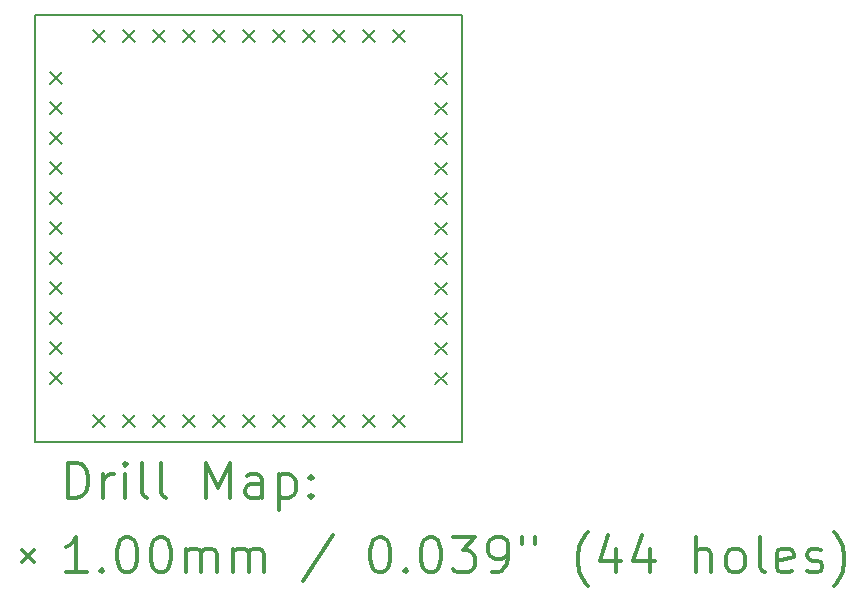
<source format=gbr>
%FSLAX45Y45*%
G04 Gerber Fmt 4.5, Leading zero omitted, Abs format (unit mm)*
G04 Created by KiCad (PCBNEW (2017-05-18 revision 2a3a699)-master) date Fri Mar 29 17:20:23 2019*
%MOMM*%
%LPD*%
G01*
G04 APERTURE LIST*
%ADD10C,0.127000*%
%ADD11C,0.150000*%
%ADD12C,0.200000*%
%ADD13C,0.300000*%
G04 APERTURE END LIST*
D10*
D11*
X0Y3620000D02*
X3617000Y3620000D01*
X0Y1000D02*
X0Y3620000D01*
X3617000Y1000D02*
X0Y1000D01*
X3617000Y3620000D02*
X3617000Y1000D01*
D12*
X489000Y231000D02*
X589000Y131000D01*
X589000Y231000D02*
X489000Y131000D01*
X743000Y231000D02*
X843000Y131000D01*
X843000Y231000D02*
X743000Y131000D01*
X997000Y231000D02*
X1097000Y131000D01*
X1097000Y231000D02*
X997000Y131000D01*
X1251000Y231000D02*
X1351000Y131000D01*
X1351000Y231000D02*
X1251000Y131000D01*
X1505000Y231000D02*
X1605000Y131000D01*
X1605000Y231000D02*
X1505000Y131000D01*
X1759000Y231000D02*
X1859000Y131000D01*
X1859000Y231000D02*
X1759000Y131000D01*
X2013000Y231000D02*
X2113000Y131000D01*
X2113000Y231000D02*
X2013000Y131000D01*
X2267000Y231000D02*
X2367000Y131000D01*
X2367000Y231000D02*
X2267000Y131000D01*
X2521000Y231000D02*
X2621000Y131000D01*
X2621000Y231000D02*
X2521000Y131000D01*
X2775000Y231000D02*
X2875000Y131000D01*
X2875000Y231000D02*
X2775000Y131000D01*
X3029000Y231000D02*
X3129000Y131000D01*
X3129000Y231000D02*
X3029000Y131000D01*
X488000Y3490000D02*
X588000Y3390000D01*
X588000Y3490000D02*
X488000Y3390000D01*
X742000Y3490000D02*
X842000Y3390000D01*
X842000Y3490000D02*
X742000Y3390000D01*
X996000Y3490000D02*
X1096000Y3390000D01*
X1096000Y3490000D02*
X996000Y3390000D01*
X1250000Y3490000D02*
X1350000Y3390000D01*
X1350000Y3490000D02*
X1250000Y3390000D01*
X1504000Y3490000D02*
X1604000Y3390000D01*
X1604000Y3490000D02*
X1504000Y3390000D01*
X1758000Y3490000D02*
X1858000Y3390000D01*
X1858000Y3490000D02*
X1758000Y3390000D01*
X2012000Y3490000D02*
X2112000Y3390000D01*
X2112000Y3490000D02*
X2012000Y3390000D01*
X2266000Y3490000D02*
X2366000Y3390000D01*
X2366000Y3490000D02*
X2266000Y3390000D01*
X2520000Y3490000D02*
X2620000Y3390000D01*
X2620000Y3490000D02*
X2520000Y3390000D01*
X2774000Y3490000D02*
X2874000Y3390000D01*
X2874000Y3490000D02*
X2774000Y3390000D01*
X3028000Y3490000D02*
X3128000Y3390000D01*
X3128000Y3490000D02*
X3028000Y3390000D01*
X3387000Y3130000D02*
X3487000Y3030000D01*
X3487000Y3130000D02*
X3387000Y3030000D01*
X3387000Y2876000D02*
X3487000Y2776000D01*
X3487000Y2876000D02*
X3387000Y2776000D01*
X3387000Y2622000D02*
X3487000Y2522000D01*
X3487000Y2622000D02*
X3387000Y2522000D01*
X3387000Y2368000D02*
X3487000Y2268000D01*
X3487000Y2368000D02*
X3387000Y2268000D01*
X3387000Y2114000D02*
X3487000Y2014000D01*
X3487000Y2114000D02*
X3387000Y2014000D01*
X3387000Y1860000D02*
X3487000Y1760000D01*
X3487000Y1860000D02*
X3387000Y1760000D01*
X3387000Y1606000D02*
X3487000Y1506000D01*
X3487000Y1606000D02*
X3387000Y1506000D01*
X3387000Y1352000D02*
X3487000Y1252000D01*
X3487000Y1352000D02*
X3387000Y1252000D01*
X3387000Y1098000D02*
X3487000Y998000D01*
X3487000Y1098000D02*
X3387000Y998000D01*
X3387000Y844000D02*
X3487000Y744000D01*
X3487000Y844000D02*
X3387000Y744000D01*
X3387000Y590000D02*
X3487000Y490000D01*
X3487000Y590000D02*
X3387000Y490000D01*
X129000Y3132000D02*
X229000Y3032000D01*
X229000Y3132000D02*
X129000Y3032000D01*
X129000Y2878000D02*
X229000Y2778000D01*
X229000Y2878000D02*
X129000Y2778000D01*
X129000Y2624000D02*
X229000Y2524000D01*
X229000Y2624000D02*
X129000Y2524000D01*
X129000Y2370000D02*
X229000Y2270000D01*
X229000Y2370000D02*
X129000Y2270000D01*
X129000Y2116000D02*
X229000Y2016000D01*
X229000Y2116000D02*
X129000Y2016000D01*
X129000Y1862000D02*
X229000Y1762000D01*
X229000Y1862000D02*
X129000Y1762000D01*
X129000Y1608000D02*
X229000Y1508000D01*
X229000Y1608000D02*
X129000Y1508000D01*
X129000Y1354000D02*
X229000Y1254000D01*
X229000Y1354000D02*
X129000Y1254000D01*
X129000Y1100000D02*
X229000Y1000000D01*
X229000Y1100000D02*
X129000Y1000000D01*
X129000Y846000D02*
X229000Y746000D01*
X229000Y846000D02*
X129000Y746000D01*
X129000Y592000D02*
X229000Y492000D01*
X229000Y592000D02*
X129000Y492000D01*
D13*
X278928Y-472214D02*
X278928Y-172214D01*
X350357Y-172214D01*
X393214Y-186500D01*
X421786Y-215071D01*
X436071Y-243643D01*
X450357Y-300786D01*
X450357Y-343643D01*
X436071Y-400786D01*
X421786Y-429357D01*
X393214Y-457929D01*
X350357Y-472214D01*
X278928Y-472214D01*
X578928Y-472214D02*
X578928Y-272214D01*
X578928Y-329357D02*
X593214Y-300786D01*
X607500Y-286500D01*
X636071Y-272214D01*
X664643Y-272214D01*
X764643Y-472214D02*
X764643Y-272214D01*
X764643Y-172214D02*
X750357Y-186500D01*
X764643Y-200786D01*
X778928Y-186500D01*
X764643Y-172214D01*
X764643Y-200786D01*
X950357Y-472214D02*
X921786Y-457929D01*
X907500Y-429357D01*
X907500Y-172214D01*
X1107500Y-472214D02*
X1078928Y-457929D01*
X1064643Y-429357D01*
X1064643Y-172214D01*
X1450357Y-472214D02*
X1450357Y-172214D01*
X1550357Y-386500D01*
X1650357Y-172214D01*
X1650357Y-472214D01*
X1921786Y-472214D02*
X1921786Y-315072D01*
X1907500Y-286500D01*
X1878928Y-272214D01*
X1821786Y-272214D01*
X1793214Y-286500D01*
X1921786Y-457929D02*
X1893214Y-472214D01*
X1821786Y-472214D01*
X1793214Y-457929D01*
X1778928Y-429357D01*
X1778928Y-400786D01*
X1793214Y-372214D01*
X1821786Y-357929D01*
X1893214Y-357929D01*
X1921786Y-343643D01*
X2064643Y-272214D02*
X2064643Y-572214D01*
X2064643Y-286500D02*
X2093214Y-272214D01*
X2150357Y-272214D01*
X2178928Y-286500D01*
X2193214Y-300786D01*
X2207500Y-329357D01*
X2207500Y-415071D01*
X2193214Y-443643D01*
X2178928Y-457929D01*
X2150357Y-472214D01*
X2093214Y-472214D01*
X2064643Y-457929D01*
X2336071Y-443643D02*
X2350357Y-457929D01*
X2336071Y-472214D01*
X2321786Y-457929D01*
X2336071Y-443643D01*
X2336071Y-472214D01*
X2336071Y-286500D02*
X2350357Y-300786D01*
X2336071Y-315072D01*
X2321786Y-300786D01*
X2336071Y-286500D01*
X2336071Y-315072D01*
X-107500Y-916500D02*
X-7500Y-1016500D01*
X-7500Y-916500D02*
X-107500Y-1016500D01*
X436071Y-1102214D02*
X264643Y-1102214D01*
X350357Y-1102214D02*
X350357Y-802214D01*
X321786Y-845071D01*
X293214Y-873643D01*
X264643Y-887929D01*
X564643Y-1073643D02*
X578928Y-1087929D01*
X564643Y-1102214D01*
X550357Y-1087929D01*
X564643Y-1073643D01*
X564643Y-1102214D01*
X764643Y-802214D02*
X793214Y-802214D01*
X821786Y-816500D01*
X836071Y-830786D01*
X850357Y-859357D01*
X864643Y-916500D01*
X864643Y-987929D01*
X850357Y-1045071D01*
X836071Y-1073643D01*
X821786Y-1087929D01*
X793214Y-1102214D01*
X764643Y-1102214D01*
X736071Y-1087929D01*
X721786Y-1073643D01*
X707500Y-1045071D01*
X693214Y-987929D01*
X693214Y-916500D01*
X707500Y-859357D01*
X721786Y-830786D01*
X736071Y-816500D01*
X764643Y-802214D01*
X1050357Y-802214D02*
X1078928Y-802214D01*
X1107500Y-816500D01*
X1121786Y-830786D01*
X1136071Y-859357D01*
X1150357Y-916500D01*
X1150357Y-987929D01*
X1136071Y-1045071D01*
X1121786Y-1073643D01*
X1107500Y-1087929D01*
X1078928Y-1102214D01*
X1050357Y-1102214D01*
X1021786Y-1087929D01*
X1007500Y-1073643D01*
X993214Y-1045071D01*
X978928Y-987929D01*
X978928Y-916500D01*
X993214Y-859357D01*
X1007500Y-830786D01*
X1021786Y-816500D01*
X1050357Y-802214D01*
X1278928Y-1102214D02*
X1278928Y-902214D01*
X1278928Y-930786D02*
X1293214Y-916500D01*
X1321786Y-902214D01*
X1364643Y-902214D01*
X1393214Y-916500D01*
X1407500Y-945071D01*
X1407500Y-1102214D01*
X1407500Y-945071D02*
X1421786Y-916500D01*
X1450357Y-902214D01*
X1493214Y-902214D01*
X1521786Y-916500D01*
X1536071Y-945071D01*
X1536071Y-1102214D01*
X1678928Y-1102214D02*
X1678928Y-902214D01*
X1678928Y-930786D02*
X1693214Y-916500D01*
X1721786Y-902214D01*
X1764643Y-902214D01*
X1793214Y-916500D01*
X1807500Y-945071D01*
X1807500Y-1102214D01*
X1807500Y-945071D02*
X1821786Y-916500D01*
X1850357Y-902214D01*
X1893214Y-902214D01*
X1921786Y-916500D01*
X1936071Y-945071D01*
X1936071Y-1102214D01*
X2521786Y-787929D02*
X2264643Y-1173643D01*
X2907500Y-802214D02*
X2936071Y-802214D01*
X2964643Y-816500D01*
X2978928Y-830786D01*
X2993214Y-859357D01*
X3007500Y-916500D01*
X3007500Y-987929D01*
X2993214Y-1045071D01*
X2978928Y-1073643D01*
X2964643Y-1087929D01*
X2936071Y-1102214D01*
X2907500Y-1102214D01*
X2878928Y-1087929D01*
X2864643Y-1073643D01*
X2850357Y-1045071D01*
X2836071Y-987929D01*
X2836071Y-916500D01*
X2850357Y-859357D01*
X2864643Y-830786D01*
X2878928Y-816500D01*
X2907500Y-802214D01*
X3136071Y-1073643D02*
X3150357Y-1087929D01*
X3136071Y-1102214D01*
X3121786Y-1087929D01*
X3136071Y-1073643D01*
X3136071Y-1102214D01*
X3336071Y-802214D02*
X3364643Y-802214D01*
X3393214Y-816500D01*
X3407500Y-830786D01*
X3421786Y-859357D01*
X3436071Y-916500D01*
X3436071Y-987929D01*
X3421786Y-1045071D01*
X3407500Y-1073643D01*
X3393214Y-1087929D01*
X3364643Y-1102214D01*
X3336071Y-1102214D01*
X3307500Y-1087929D01*
X3293214Y-1073643D01*
X3278928Y-1045071D01*
X3264643Y-987929D01*
X3264643Y-916500D01*
X3278928Y-859357D01*
X3293214Y-830786D01*
X3307500Y-816500D01*
X3336071Y-802214D01*
X3536071Y-802214D02*
X3721786Y-802214D01*
X3621786Y-916500D01*
X3664643Y-916500D01*
X3693214Y-930786D01*
X3707500Y-945071D01*
X3721786Y-973643D01*
X3721786Y-1045071D01*
X3707500Y-1073643D01*
X3693214Y-1087929D01*
X3664643Y-1102214D01*
X3578928Y-1102214D01*
X3550357Y-1087929D01*
X3536071Y-1073643D01*
X3864643Y-1102214D02*
X3921786Y-1102214D01*
X3950357Y-1087929D01*
X3964643Y-1073643D01*
X3993214Y-1030786D01*
X4007500Y-973643D01*
X4007500Y-859357D01*
X3993214Y-830786D01*
X3978928Y-816500D01*
X3950357Y-802214D01*
X3893214Y-802214D01*
X3864643Y-816500D01*
X3850357Y-830786D01*
X3836071Y-859357D01*
X3836071Y-930786D01*
X3850357Y-959357D01*
X3864643Y-973643D01*
X3893214Y-987929D01*
X3950357Y-987929D01*
X3978928Y-973643D01*
X3993214Y-959357D01*
X4007500Y-930786D01*
X4121786Y-802214D02*
X4121786Y-859357D01*
X4236071Y-802214D02*
X4236071Y-859357D01*
X4678928Y-1216500D02*
X4664643Y-1202214D01*
X4636071Y-1159357D01*
X4621786Y-1130786D01*
X4607500Y-1087929D01*
X4593214Y-1016500D01*
X4593214Y-959357D01*
X4607500Y-887929D01*
X4621786Y-845071D01*
X4636071Y-816500D01*
X4664643Y-773643D01*
X4678928Y-759357D01*
X4921786Y-902214D02*
X4921786Y-1102214D01*
X4850357Y-787929D02*
X4778928Y-1002214D01*
X4964643Y-1002214D01*
X5207500Y-902214D02*
X5207500Y-1102214D01*
X5136071Y-787929D02*
X5064643Y-1002214D01*
X5250357Y-1002214D01*
X5593214Y-1102214D02*
X5593214Y-802214D01*
X5721786Y-1102214D02*
X5721786Y-945071D01*
X5707500Y-916500D01*
X5678928Y-902214D01*
X5636071Y-902214D01*
X5607500Y-916500D01*
X5593214Y-930786D01*
X5907500Y-1102214D02*
X5878928Y-1087929D01*
X5864643Y-1073643D01*
X5850357Y-1045071D01*
X5850357Y-959357D01*
X5864643Y-930786D01*
X5878928Y-916500D01*
X5907500Y-902214D01*
X5950357Y-902214D01*
X5978928Y-916500D01*
X5993214Y-930786D01*
X6007500Y-959357D01*
X6007500Y-1045071D01*
X5993214Y-1073643D01*
X5978928Y-1087929D01*
X5950357Y-1102214D01*
X5907500Y-1102214D01*
X6178928Y-1102214D02*
X6150357Y-1087929D01*
X6136071Y-1059357D01*
X6136071Y-802214D01*
X6407500Y-1087929D02*
X6378928Y-1102214D01*
X6321786Y-1102214D01*
X6293214Y-1087929D01*
X6278928Y-1059357D01*
X6278928Y-945071D01*
X6293214Y-916500D01*
X6321786Y-902214D01*
X6378928Y-902214D01*
X6407500Y-916500D01*
X6421786Y-945071D01*
X6421786Y-973643D01*
X6278928Y-1002214D01*
X6536071Y-1087929D02*
X6564643Y-1102214D01*
X6621786Y-1102214D01*
X6650357Y-1087929D01*
X6664643Y-1059357D01*
X6664643Y-1045071D01*
X6650357Y-1016500D01*
X6621786Y-1002214D01*
X6578928Y-1002214D01*
X6550357Y-987929D01*
X6536071Y-959357D01*
X6536071Y-945071D01*
X6550357Y-916500D01*
X6578928Y-902214D01*
X6621786Y-902214D01*
X6650357Y-916500D01*
X6764643Y-1216500D02*
X6778928Y-1202214D01*
X6807500Y-1159357D01*
X6821786Y-1130786D01*
X6836071Y-1087929D01*
X6850357Y-1016500D01*
X6850357Y-959357D01*
X6836071Y-887929D01*
X6821786Y-845071D01*
X6807500Y-816500D01*
X6778928Y-773643D01*
X6764643Y-759357D01*
M02*

</source>
